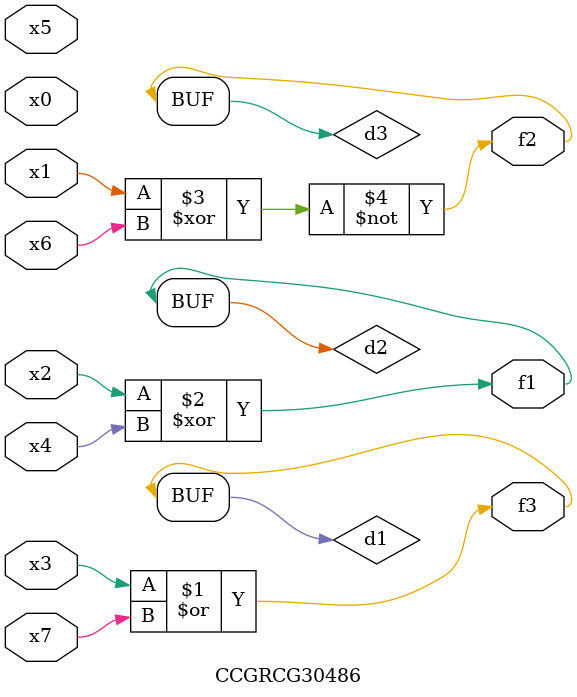
<source format=v>
module CCGRCG30486(
	input x0, x1, x2, x3, x4, x5, x6, x7,
	output f1, f2, f3
);

	wire d1, d2, d3;

	or (d1, x3, x7);
	xor (d2, x2, x4);
	xnor (d3, x1, x6);
	assign f1 = d2;
	assign f2 = d3;
	assign f3 = d1;
endmodule

</source>
